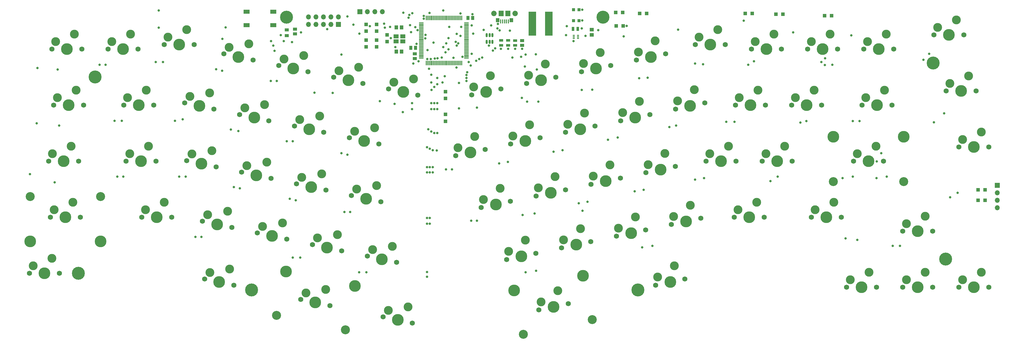
<source format=gbr>
%TF.GenerationSoftware,KiCad,Pcbnew,6.0.2+dfsg-1*%
%TF.CreationDate,2022-10-18T14:42:53-04:00*%
%TF.ProjectId,main-keyboard-pcb,6d61696e-2d6b-4657-9962-6f6172642d70,1.0*%
%TF.SameCoordinates,Original*%
%TF.FileFunction,Soldermask,Top*%
%TF.FilePolarity,Negative*%
%FSLAX46Y46*%
G04 Gerber Fmt 4.6, Leading zero omitted, Abs format (unit mm)*
G04 Created by KiCad (PCBNEW 6.0.2+dfsg-1) date 2022-10-18 14:42:53*
%MOMM*%
%LPD*%
G01*
G04 APERTURE LIST*
G04 Aperture macros list*
%AMRoundRect*
0 Rectangle with rounded corners*
0 $1 Rounding radius*
0 $2 $3 $4 $5 $6 $7 $8 $9 X,Y pos of 4 corners*
0 Add a 4 corners polygon primitive as box body*
4,1,4,$2,$3,$4,$5,$6,$7,$8,$9,$2,$3,0*
0 Add four circle primitives for the rounded corners*
1,1,$1+$1,$2,$3*
1,1,$1+$1,$4,$5*
1,1,$1+$1,$6,$7*
1,1,$1+$1,$8,$9*
0 Add four rect primitives between the rounded corners*
20,1,$1+$1,$2,$3,$4,$5,0*
20,1,$1+$1,$4,$5,$6,$7,0*
20,1,$1+$1,$6,$7,$8,$9,0*
20,1,$1+$1,$8,$9,$2,$3,0*%
G04 Aperture macros list end*
%ADD10R,1.150000X1.150000*%
%ADD11C,1.750000*%
%ADD12C,3.000000*%
%ADD13C,3.987800*%
%ADD14R,1.450000X1.150000*%
%ADD15C,4.400000*%
%ADD16R,1.150000X1.450000*%
%ADD17R,0.670000X0.300000*%
%ADD18R,1.050000X1.050000*%
%ADD19R,2.600000X8.199999*%
%ADD20C,3.048000*%
%ADD21R,1.470000X0.970000*%
%ADD22R,1.020000X1.470000*%
%ADD23R,1.700000X1.700000*%
%ADD24O,1.700000X1.700000*%
%ADD25R,0.960000X1.390000*%
%ADD26R,0.400000X1.400000*%
%ADD27C,1.850000*%
%ADD28R,1.750000X1.900000*%
%ADD29R,1.470000X1.020000*%
%ADD30RoundRect,0.075000X-0.725000X-0.075000X0.725000X-0.075000X0.725000X0.075000X-0.725000X0.075000X0*%
%ADD31RoundRect,0.075000X-0.075000X-0.725000X0.075000X-0.725000X0.075000X0.725000X-0.075000X0.725000X0*%
%ADD32R,1.400000X1.000000*%
%ADD33R,1.750000X1.350000*%
%ADD34RoundRect,0.150000X0.150000X-0.512500X0.150000X0.512500X-0.150000X0.512500X-0.150000X-0.512500X0*%
%ADD35R,2.100000X1.400000*%
%ADD36C,0.800000*%
G04 APERTURE END LIST*
D10*
%TO.C,R29*%
X323247000Y-84328000D03*
X320897000Y-84328000D03*
%TD*%
%TO.C,R28*%
X304387000Y-83820000D03*
X306737000Y-83820000D03*
%TD*%
%TO.C,R27*%
X293973000Y-83566000D03*
X296323000Y-83566000D03*
%TD*%
%TO.C,R25*%
X258159000Y-83566000D03*
X260509000Y-83566000D03*
%TD*%
%TO.C,R22*%
X192278000Y-117856000D03*
X192278000Y-120206000D03*
%TD*%
%TO.C,R21*%
X192278000Y-112427000D03*
X192278000Y-110077000D03*
%TD*%
D11*
%TO.C,SW52*%
X290716650Y-114643633D03*
D12*
X298336650Y-109563633D03*
X291986650Y-112103633D03*
D13*
X295796650Y-114643633D03*
D11*
X300876650Y-114643633D03*
%TD*%
D14*
%TO.C,Cboot1*%
X241880000Y-90796000D03*
X241880000Y-88996000D03*
%TD*%
D11*
%TO.C,SW16*%
X122453718Y-117872006D03*
D12*
X130963394Y-114487304D03*
X124224061Y-115651559D03*
D13*
X127422708Y-118928198D03*
D11*
X132391698Y-119984389D03*
%TD*%
D15*
%TO.C,H7*%
X357716650Y-100356149D03*
%TD*%
D16*
%TO.C,C15*%
X177400000Y-88250000D03*
X175600000Y-88250000D03*
%TD*%
D13*
%TO.C,SW20*%
X146056418Y-122888925D03*
D12*
X142857771Y-119612286D03*
X149597104Y-118448031D03*
D11*
X141087428Y-121832733D03*
X151025408Y-123945116D03*
%TD*%
D12*
%TO.C,SW44*%
X266717847Y-131073971D03*
X261034706Y-134878705D03*
D11*
X270258534Y-135514865D03*
X260320554Y-137627247D03*
D13*
X265289544Y-136571056D03*
%TD*%
D11*
%TO.C,SW42*%
X248361929Y-101217932D03*
D12*
X239138101Y-100581772D03*
D11*
X238423949Y-103330314D03*
D12*
X244821242Y-96777038D03*
D13*
X243392939Y-102274123D03*
%TD*%
D11*
%TO.C,SW47*%
X257057660Y-99369596D03*
D13*
X262026650Y-98313405D03*
D12*
X263454953Y-92816320D03*
X257771812Y-96621054D03*
D11*
X266995640Y-97257214D03*
%TD*%
D15*
%TO.C,H4*%
X126496086Y-177483001D03*
%TD*%
D10*
%TO.C,R4*%
X172466000Y-93123000D03*
X172466000Y-90773000D03*
%TD*%
D12*
%TO.C,SW58*%
X335951599Y-171476136D03*
D11*
X328331599Y-176556136D03*
D13*
X333411599Y-176556136D03*
D12*
X329601599Y-174016136D03*
D11*
X338491599Y-176556136D03*
%TD*%
D17*
%TO.C,IC1*%
X235802500Y-91006000D03*
X235802500Y-91506000D03*
X235802500Y-92006000D03*
X237282500Y-92006000D03*
X237282500Y-91506000D03*
X237282500Y-91006000D03*
%TD*%
D10*
%TO.C,R6*%
X168910000Y-94901000D03*
X168910000Y-92551000D03*
%TD*%
D12*
%TO.C,SW1*%
X60066650Y-93053633D03*
D11*
X58796650Y-95593633D03*
D13*
X63876650Y-95593633D03*
D11*
X68956650Y-95593633D03*
D12*
X66416650Y-90513633D03*
%TD*%
D13*
%TO.C,SW3*%
X62792900Y-133693633D03*
D11*
X67872900Y-133693633D03*
D12*
X58982900Y-131153633D03*
X65332900Y-128613633D03*
D11*
X57712900Y-133693633D03*
%TD*%
%TO.C,SW10*%
X107056650Y-94093248D03*
D12*
X104516650Y-89013248D03*
X98166650Y-91553248D03*
D13*
X101976650Y-94093248D03*
D11*
X96896650Y-94093248D03*
%TD*%
%TO.C,SW31*%
X214357399Y-147397018D03*
X204419419Y-149509400D03*
D12*
X210816712Y-142956124D03*
D13*
X209388409Y-148453209D03*
D12*
X205133571Y-146760858D03*
%TD*%
D18*
%TO.C,Cin_2*%
X235727500Y-82276000D03*
X237577500Y-82276000D03*
%TD*%
D11*
%TO.C,SW27*%
X175712866Y-168143805D03*
D12*
X167545229Y-163810975D03*
X174284562Y-162646720D03*
D13*
X170743876Y-167087614D03*
D11*
X165774886Y-166031422D03*
%TD*%
%TO.C,SW38*%
X219790237Y-107291031D03*
D12*
X220504389Y-104542489D03*
D11*
X229728217Y-105178649D03*
D13*
X224759227Y-106234840D03*
D12*
X226187530Y-100737755D03*
%TD*%
D19*
%TO.C,L1*%
X227350000Y-86995999D03*
X221750000Y-86995999D03*
%TD*%
D16*
%TO.C,C13*%
X177400000Y-96450000D03*
X175600000Y-96450000D03*
%TD*%
D11*
%TO.C,SW40*%
X241686842Y-141587965D03*
D12*
X248084135Y-135034689D03*
D13*
X246655832Y-140531774D03*
D11*
X251624822Y-139475583D03*
D12*
X242400994Y-138839423D03*
%TD*%
%TO.C,SW39*%
X233781873Y-121195871D03*
X239465014Y-117391137D03*
D13*
X238036711Y-122888222D03*
D11*
X233067721Y-123944413D03*
X243005701Y-121832031D03*
%TD*%
D13*
%TO.C,SW57*%
X335792900Y-133693633D03*
X347730900Y-125438633D03*
X323854900Y-125438633D03*
D11*
X340872900Y-133693633D03*
D20*
X347730900Y-140678633D03*
X323854900Y-140678633D03*
D11*
X330712900Y-133693633D03*
D12*
X338332900Y-128613633D03*
X331982900Y-131153633D03*
%TD*%
D11*
%TO.C,SW62*%
X357541599Y-176556136D03*
D13*
X352461599Y-176556136D03*
D12*
X355001599Y-171476136D03*
X348651599Y-174016136D03*
D11*
X347381599Y-176556136D03*
%TD*%
%TO.C,SW30*%
X205738278Y-129753466D03*
D12*
X196514450Y-129117306D03*
D11*
X195800298Y-131865848D03*
D13*
X200769288Y-130809657D03*
D12*
X202197591Y-125312572D03*
%TD*%
D13*
%TO.C,SW23*%
X148149439Y-181760575D03*
D12*
X151690125Y-177319680D03*
D13*
X161542876Y-176168016D03*
D11*
X143180449Y-180704383D03*
D13*
X138188624Y-171203916D03*
D11*
X153118429Y-182816766D03*
D20*
X158374302Y-191074985D03*
D12*
X144950792Y-178483936D03*
D20*
X135020050Y-186110886D03*
%TD*%
D21*
%TO.C,Cout_1*%
X215900000Y-92716000D03*
X215900000Y-94376000D03*
%TD*%
D13*
%TO.C,SW9*%
X94336650Y-152743633D03*
D12*
X90526650Y-150203633D03*
D11*
X89256650Y-152743633D03*
D12*
X96876650Y-147663633D03*
D11*
X99416650Y-152743633D03*
%TD*%
D22*
%TO.C,C7*%
X182156000Y-95250000D03*
X180556000Y-95250000D03*
%TD*%
D10*
%TO.C,R8*%
X375317000Y-143510000D03*
X372967000Y-143510000D03*
%TD*%
D23*
%TO.C,J1*%
X156020000Y-87246000D03*
D24*
X156020000Y-84706000D03*
X153480000Y-87246000D03*
X153480000Y-84706000D03*
X150940000Y-87246000D03*
X150940000Y-84706000D03*
X148400000Y-87246000D03*
X148400000Y-84706000D03*
X145860000Y-87246000D03*
X145860000Y-84706000D03*
%TD*%
D11*
%TO.C,SW60*%
X343746650Y-114643633D03*
D12*
X341206650Y-109563633D03*
D13*
X338666650Y-114643633D03*
D12*
X334856650Y-112103633D03*
D11*
X333586650Y-114643633D03*
%TD*%
D25*
%TO.C,Cinx1*%
X235610000Y-88746000D03*
X237190000Y-88746000D03*
%TD*%
D12*
%TO.C,SW2*%
X67016650Y-109563633D03*
D13*
X64476650Y-114643633D03*
D11*
X69556650Y-114643633D03*
D12*
X60666650Y-112103633D03*
D11*
X59396650Y-114643633D03*
%TD*%
D15*
%TO.C,H3*%
X138363870Y-84806142D03*
%TD*%
D10*
%TO.C,R9*%
X375317000Y-147066000D03*
X372967000Y-147066000D03*
%TD*%
D13*
%TO.C,SW43*%
X256670423Y-118927504D03*
D12*
X258098726Y-113430419D03*
D11*
X251701433Y-119983695D03*
D12*
X252415585Y-117235153D03*
D11*
X261639413Y-117871313D03*
%TD*%
D13*
%TO.C,SW34*%
X219402999Y-126848939D03*
D11*
X214434009Y-127905130D03*
D12*
X220831302Y-121351854D03*
D11*
X224371989Y-125792748D03*
D12*
X215148161Y-125156588D03*
%TD*%
D11*
%TO.C,SW67*%
X376591599Y-176556136D03*
D12*
X367701599Y-174016136D03*
X374051599Y-171476136D03*
D11*
X366431599Y-176556136D03*
D13*
X371511599Y-176556136D03*
%TD*%
D12*
%TO.C,SW22*%
X155650852Y-158685993D03*
D11*
X157079156Y-164183078D03*
D13*
X152110166Y-163126887D03*
D11*
X147141176Y-162070695D03*
D12*
X148911519Y-159850248D03*
%TD*%
D10*
%TO.C,R5*%
X165354000Y-94901000D03*
X165354000Y-92551000D03*
%TD*%
D11*
%TO.C,SW18*%
X138445447Y-160222351D03*
D13*
X133476457Y-159166160D03*
D12*
X137017143Y-154725266D03*
X130277810Y-155889521D03*
D11*
X128507467Y-158109968D03*
%TD*%
D12*
%TO.C,SW25*%
X161491481Y-123573013D03*
X168230814Y-122408758D03*
D11*
X159721138Y-125793460D03*
D13*
X164690128Y-126849652D03*
D11*
X169659118Y-127905843D03*
%TD*%
D10*
%TO.C,Rfbb1*%
X250237500Y-87746000D03*
X252587500Y-87746000D03*
%TD*%
D11*
%TO.C,SW7*%
X83206650Y-114643633D03*
D13*
X88286650Y-114643633D03*
D11*
X93366650Y-114643633D03*
D12*
X84476650Y-112103633D03*
X90826650Y-109563633D03*
%TD*%
D15*
%TO.C,H5*%
X245729435Y-84806142D03*
%TD*%
D13*
%TO.C,SW41*%
X255274953Y-158175326D03*
D12*
X256703256Y-152678241D03*
D11*
X260243943Y-157119135D03*
X250305963Y-159231517D03*
D12*
X251020115Y-156482975D03*
%TD*%
D26*
%TO.C,J3*%
X213644000Y-86216000D03*
X212994000Y-86216000D03*
X212344000Y-86216000D03*
X211694000Y-86216000D03*
X211044000Y-86216000D03*
D27*
X215919000Y-83566000D03*
X208769000Y-83566000D03*
D28*
X213469000Y-83566000D03*
X211219000Y-83566000D03*
D16*
X214664000Y-85796000D03*
X210024000Y-85796000D03*
%TD*%
D10*
%TO.C,Rfbt1*%
X252412500Y-83156000D03*
X250062500Y-83156000D03*
%TD*%
D12*
%TO.C,SW14*%
X112341801Y-171552684D03*
D11*
X120509438Y-175885514D03*
D12*
X119081134Y-170388428D03*
D11*
X110571458Y-173773131D03*
D13*
X115540448Y-174829322D03*
%TD*%
D15*
%TO.C,H8*%
X361986599Y-167031136D03*
%TD*%
D13*
%TO.C,SW36*%
X236641242Y-162136043D03*
D11*
X241610232Y-161079852D03*
D12*
X238069545Y-156638958D03*
D11*
X231672252Y-163192234D03*
D12*
X232386404Y-160443692D03*
%TD*%
D23*
%TO.C,J2*%
X163271200Y-82956400D03*
D24*
X165811200Y-82956400D03*
X168351200Y-82956400D03*
X170891200Y-82956400D03*
%TD*%
D18*
%TO.C,Cin_1*%
X235730000Y-85986000D03*
X237580000Y-85986000D03*
%TD*%
D23*
%TO.C,J4*%
X379476000Y-141986000D03*
D24*
X379476000Y-144526000D03*
X379476000Y-147066000D03*
X379476000Y-149606000D03*
%TD*%
D29*
%TO.C,Coutx1*%
X218280000Y-92746000D03*
X218280000Y-94346000D03*
%TD*%
D11*
%TO.C,SW51*%
X287186650Y-94093248D03*
X277026650Y-94093248D03*
D12*
X284646650Y-89013248D03*
X278296650Y-91553248D03*
D13*
X282106650Y-94093248D03*
%TD*%
D10*
%TO.C,R2*%
X165354000Y-87217000D03*
X165354000Y-89567000D03*
%TD*%
D11*
%TO.C,SW54*%
X326585419Y-152743631D03*
D12*
X324045419Y-147663631D03*
D11*
X316425419Y-152743631D03*
D12*
X317695419Y-150203631D03*
D13*
X321505419Y-152743631D03*
%TD*%
D12*
%TO.C,SW63*%
X341796650Y-90513633D03*
D11*
X334176650Y-95593633D03*
D12*
X335446650Y-93053633D03*
D11*
X344336650Y-95593633D03*
D13*
X339256650Y-95593633D03*
%TD*%
%TO.C,SW19*%
X140700367Y-102274847D03*
D12*
X144241053Y-97833953D03*
X137501720Y-98998208D03*
D11*
X135731377Y-101218655D03*
X145669357Y-103331038D03*
%TD*%
%TO.C,SW55*%
X306236650Y-95593633D03*
D13*
X301156650Y-95593633D03*
D11*
X296076650Y-95593633D03*
D12*
X297346650Y-93053633D03*
X303696650Y-90513633D03*
%TD*%
D30*
%TO.C,U2*%
X184095000Y-86710000D03*
X184095000Y-87210000D03*
X184095000Y-87710000D03*
X184095000Y-88210000D03*
X184095000Y-88710000D03*
X184095000Y-89210000D03*
X184095000Y-89710000D03*
X184095000Y-90210000D03*
X184095000Y-90710000D03*
X184095000Y-91210000D03*
X184095000Y-91710000D03*
X184095000Y-92210000D03*
X184095000Y-92710000D03*
X184095000Y-93210000D03*
X184095000Y-93710000D03*
X184095000Y-94210000D03*
X184095000Y-94710000D03*
X184095000Y-95210000D03*
X184095000Y-95710000D03*
X184095000Y-96210000D03*
X184095000Y-96710000D03*
X184095000Y-97210000D03*
X184095000Y-97710000D03*
X184095000Y-98210000D03*
X184095000Y-98710000D03*
D31*
X185770000Y-100385000D03*
X186270000Y-100385000D03*
X186770000Y-100385000D03*
X187270000Y-100385000D03*
X187770000Y-100385000D03*
X188270000Y-100385000D03*
X188770000Y-100385000D03*
X189270000Y-100385000D03*
X189770000Y-100385000D03*
X190270000Y-100385000D03*
X190770000Y-100385000D03*
X191270000Y-100385000D03*
X191770000Y-100385000D03*
X192270000Y-100385000D03*
X192770000Y-100385000D03*
X193270000Y-100385000D03*
X193770000Y-100385000D03*
X194270000Y-100385000D03*
X194770000Y-100385000D03*
X195270000Y-100385000D03*
X195770000Y-100385000D03*
X196270000Y-100385000D03*
X196770000Y-100385000D03*
X197270000Y-100385000D03*
X197770000Y-100385000D03*
D30*
X199445000Y-98710000D03*
X199445000Y-98210000D03*
X199445000Y-97710000D03*
X199445000Y-97210000D03*
X199445000Y-96710000D03*
X199445000Y-96210000D03*
X199445000Y-95710000D03*
X199445000Y-95210000D03*
X199445000Y-94710000D03*
X199445000Y-94210000D03*
X199445000Y-93710000D03*
X199445000Y-93210000D03*
X199445000Y-92710000D03*
X199445000Y-92210000D03*
X199445000Y-91710000D03*
X199445000Y-91210000D03*
X199445000Y-90710000D03*
X199445000Y-90210000D03*
X199445000Y-89710000D03*
X199445000Y-89210000D03*
X199445000Y-88710000D03*
X199445000Y-88210000D03*
X199445000Y-87710000D03*
X199445000Y-87210000D03*
X199445000Y-86710000D03*
D31*
X197770000Y-85035000D03*
X197270000Y-85035000D03*
X196770000Y-85035000D03*
X196270000Y-85035000D03*
X195770000Y-85035000D03*
X195270000Y-85035000D03*
X194770000Y-85035000D03*
X194270000Y-85035000D03*
X193770000Y-85035000D03*
X193270000Y-85035000D03*
X192770000Y-85035000D03*
X192270000Y-85035000D03*
X191770000Y-85035000D03*
X191270000Y-85035000D03*
X190770000Y-85035000D03*
X190270000Y-85035000D03*
X189770000Y-85035000D03*
X189270000Y-85035000D03*
X188770000Y-85035000D03*
X188270000Y-85035000D03*
X187770000Y-85035000D03*
X187270000Y-85035000D03*
X186770000Y-85035000D03*
X186270000Y-85035000D03*
X185770000Y-85035000D03*
%TD*%
D32*
%TO.C,R3*%
X138430000Y-89154000D03*
X138430000Y-91054000D03*
%TD*%
D12*
%TO.C,SW53*%
X307376650Y-128613633D03*
X301026650Y-131153633D03*
D11*
X299756650Y-133693633D03*
D13*
X304836650Y-133693633D03*
D11*
X309916650Y-133693633D03*
%TD*%
D13*
%TO.C,SW50*%
X295311669Y-152743631D03*
D12*
X297851669Y-147663631D03*
D11*
X300391669Y-152743631D03*
X290231669Y-152743631D03*
D12*
X291501669Y-150203631D03*
%TD*%
D33*
%TO.C,Y1*%
X175575000Y-93000000D03*
X177825000Y-93000000D03*
X177825000Y-91350000D03*
X175575000Y-91350000D03*
%TD*%
D12*
%TO.C,SW28*%
X172901366Y-184425004D03*
D11*
X171131023Y-186645451D03*
D13*
X176100013Y-187701643D03*
D12*
X179640699Y-183260749D03*
D11*
X181069003Y-188757834D03*
%TD*%
D15*
%TO.C,H1*%
X73401650Y-105118633D03*
%TD*%
D11*
%TO.C,SW45*%
X268939675Y-155270799D03*
D13*
X273908665Y-154214608D03*
D12*
X275336968Y-148717523D03*
X269653827Y-152522257D03*
D11*
X278877655Y-153158417D03*
%TD*%
%TO.C,SW49*%
X280706650Y-133693633D03*
D13*
X285786650Y-133693633D03*
D11*
X290866650Y-133693633D03*
D12*
X281976650Y-131153633D03*
X288326650Y-128613633D03*
%TD*%
D13*
%TO.C,SW5*%
X56246650Y-171793633D03*
D12*
X58786650Y-166713633D03*
X52436650Y-169253633D03*
D11*
X51166650Y-171793633D03*
X61326650Y-171793633D03*
%TD*%
%TO.C,SW61*%
X357541599Y-157506136D03*
D12*
X348651599Y-154966136D03*
D11*
X347381599Y-157506136D03*
D12*
X355001599Y-152426136D03*
D13*
X352461599Y-157506136D03*
%TD*%
D11*
%TO.C,SW8*%
X83906650Y-133693633D03*
X94066650Y-133693633D03*
D13*
X88986650Y-133693633D03*
D12*
X91526650Y-128613633D03*
X85176650Y-131153633D03*
%TD*%
%TO.C,SW26*%
X162189148Y-143196907D03*
D13*
X165387795Y-146473546D03*
D11*
X160418805Y-145417354D03*
D12*
X168928481Y-142032652D03*
D11*
X170356785Y-147529737D03*
%TD*%
D34*
%TO.C,U1*%
X206300000Y-93137500D03*
X207250000Y-93137500D03*
X208200000Y-93137500D03*
X208200000Y-90862500D03*
X207250000Y-90862500D03*
X206300000Y-90862500D03*
%TD*%
D13*
%TO.C,SW37*%
X228955916Y-183245171D03*
D11*
X223986926Y-184301362D03*
D12*
X230384219Y-177748086D03*
D20*
X242085305Y-187595482D03*
D12*
X224701078Y-181552820D03*
D13*
X215562479Y-177652612D03*
X238916731Y-172688513D03*
D20*
X218731053Y-192559582D03*
D11*
X233924905Y-182188980D03*
%TD*%
%TO.C,SW13*%
X109873757Y-154149242D03*
D12*
X118383433Y-150764540D03*
D11*
X119811737Y-156261625D03*
D13*
X114842747Y-155205434D03*
D12*
X111644100Y-151928795D03*
%TD*%
D35*
%TO.C,SW68*%
X133902000Y-87465000D03*
X124802000Y-87465000D03*
X133902000Y-82965000D03*
X124802000Y-82965000D03*
%TD*%
D29*
%TO.C,C17*%
X181864000Y-97244000D03*
X181864000Y-98844000D03*
%TD*%
D15*
%TO.C,H6*%
X257596916Y-177482353D03*
%TD*%
D12*
%TO.C,SW59*%
X322746650Y-90513633D03*
D11*
X315126650Y-95593633D03*
D13*
X320206650Y-95593633D03*
D12*
X316396650Y-93053633D03*
D11*
X325286650Y-95593633D03*
%TD*%
%TO.C,SW66*%
X366431599Y-128931152D03*
D12*
X367701599Y-126391152D03*
X374051599Y-123851152D03*
D11*
X376591599Y-128931152D03*
D13*
X371511599Y-128931152D03*
%TD*%
%TO.C,SW4*%
X51442400Y-160998633D03*
X63380400Y-152743633D03*
D11*
X58300400Y-152743633D03*
X68460400Y-152743633D03*
D20*
X75318400Y-145758633D03*
D12*
X59570400Y-150203633D03*
D13*
X75318400Y-160998633D03*
D20*
X51442400Y-145758633D03*
D12*
X65920400Y-147663633D03*
%TD*%
D22*
%TO.C,C12*%
X199898000Y-85090000D03*
X201498000Y-85090000D03*
%TD*%
D11*
%TO.C,SW11*%
X113757988Y-116023663D03*
X103820008Y-113911280D03*
D12*
X112329684Y-110526578D03*
D13*
X108788998Y-114967472D03*
D12*
X105590351Y-111690833D03*
%TD*%
%TO.C,SW21*%
X150294771Y-138071925D03*
X143555438Y-139236180D03*
D11*
X141785095Y-141456627D03*
D13*
X146754085Y-142512819D03*
D11*
X151723075Y-143569010D03*
%TD*%
D13*
%TO.C,SW65*%
X367241650Y-109881149D03*
D11*
X372321650Y-109881149D03*
D12*
X363431650Y-107341149D03*
X369781650Y-104801149D03*
D11*
X362161650Y-109881149D03*
%TD*%
D13*
%TO.C,SW32*%
X218007530Y-166096761D03*
D11*
X213038540Y-167152952D03*
D12*
X213752692Y-164404410D03*
X219435833Y-160599676D03*
D11*
X222976520Y-165040570D03*
%TD*%
D12*
%TO.C,SW12*%
X106288018Y-131314726D03*
D13*
X109486665Y-134591365D03*
D12*
X113027351Y-130150471D03*
D11*
X104517675Y-133535173D03*
X114455655Y-135647556D03*
%TD*%
D13*
%TO.C,SW64*%
X363069192Y-90831142D03*
D12*
X365609192Y-85751142D03*
X359259192Y-88291142D03*
D11*
X368149192Y-90831142D03*
X357989192Y-90831142D03*
%TD*%
D12*
%TO.C,SW46*%
X269980855Y-169331573D03*
D11*
X263583562Y-175884850D03*
D12*
X264297714Y-173136307D03*
D11*
X273521542Y-173772467D03*
D13*
X268552552Y-174828659D03*
%TD*%
D12*
%TO.C,SW17*%
X131661061Y-134111198D03*
D13*
X128120375Y-138552092D03*
D12*
X124921728Y-135275453D03*
D11*
X133089365Y-139608283D03*
X123151385Y-137495900D03*
%TD*%
D21*
%TO.C,Cout_2*%
X213540000Y-92706000D03*
X213540000Y-94366000D03*
%TD*%
D12*
%TO.C,SW35*%
X229450423Y-138995406D03*
D13*
X228022120Y-144492491D03*
D12*
X223767282Y-142800140D03*
D11*
X232991110Y-143436300D03*
X223053130Y-145548682D03*
%TD*%
D12*
%TO.C,SW48*%
X271049297Y-113274435D03*
D11*
X270335145Y-116022977D03*
X280273125Y-113910595D03*
D12*
X276732438Y-109469701D03*
D13*
X275304135Y-114966786D03*
%TD*%
D10*
%TO.C,R7*%
X168910000Y-87217000D03*
X168910000Y-89567000D03*
%TD*%
D12*
%TO.C,SW29*%
X174769144Y-106919643D03*
X181508477Y-105755388D03*
D11*
X172998801Y-109140090D03*
D13*
X177967791Y-110196282D03*
D11*
X182936781Y-111252473D03*
%TD*%
D29*
%TO.C,C3*%
X141224000Y-88862000D03*
X141224000Y-90462000D03*
%TD*%
D12*
%TO.C,SW56*%
X317386650Y-109563633D03*
D11*
X319926650Y-114643633D03*
X309766650Y-114643633D03*
D12*
X311036650Y-112103633D03*
D13*
X314846650Y-114643633D03*
%TD*%
D12*
%TO.C,SW24*%
X162874765Y-101794671D03*
X156135432Y-102958926D03*
D13*
X159334079Y-106235565D03*
D11*
X154365089Y-105179373D03*
X164303069Y-107291756D03*
%TD*%
D21*
%TO.C,Cout_3*%
X211150000Y-92696000D03*
X211150000Y-94356000D03*
%TD*%
D13*
%TO.C,SW15*%
X122066656Y-98314129D03*
D11*
X127035646Y-99370320D03*
X117097666Y-97257937D03*
D12*
X125607342Y-93873235D03*
X118868009Y-95037490D03*
%TD*%
%TO.C,SW33*%
X201870677Y-108503207D03*
X207553818Y-104698473D03*
D13*
X206125515Y-110195558D03*
D11*
X201156525Y-111251749D03*
X211094505Y-109139367D03*
%TD*%
D15*
%TO.C,H2*%
X67734150Y-171793633D03*
%TD*%
D11*
%TO.C,SW6*%
X88006650Y-95593633D03*
D12*
X79116650Y-93053633D03*
D11*
X77846650Y-95593633D03*
D13*
X82926650Y-95593633D03*
D12*
X85466650Y-90513633D03*
%TD*%
D36*
X133858000Y-94488000D03*
X136398000Y-90932000D03*
X156972000Y-97536000D03*
X210058000Y-87122000D03*
X186182000Y-96012000D03*
X152146000Y-88900000D03*
X238506000Y-88646000D03*
X215910000Y-95536000D03*
X184912000Y-84344497D03*
X171704000Y-88392000D03*
X140250000Y-93250000D03*
X178000000Y-83311989D03*
X163068000Y-90424000D03*
X211140000Y-95506000D03*
X207010000Y-94488000D03*
X201422000Y-83820000D03*
X161036000Y-87376000D03*
X238700000Y-85926000D03*
X175260000Y-94996000D03*
X185494434Y-90794465D03*
X143250000Y-90000000D03*
X238680000Y-82276000D03*
X173482000Y-88138000D03*
X182095023Y-88154977D03*
X181356000Y-100584000D03*
X180250000Y-87500000D03*
X213570000Y-95526000D03*
X253790000Y-87766000D03*
X218290000Y-95516000D03*
X166624000Y-87884000D03*
X183127795Y-99775500D03*
X180594000Y-89916000D03*
X235712000Y-92964000D03*
X186123962Y-99045890D03*
X173736000Y-91948000D03*
X147828000Y-110490000D03*
X260858000Y-105410000D03*
X53848000Y-102108000D03*
X94000000Y-100000000D03*
X77000000Y-101000000D03*
X279654000Y-100838000D03*
X258000000Y-105500000D03*
X135047787Y-106500000D03*
X116500000Y-103000000D03*
X189636262Y-98805104D03*
X242062000Y-109474000D03*
X203000000Y-115500000D03*
X323500000Y-101000000D03*
X133000000Y-106500000D03*
X196850000Y-115824000D03*
X296926000Y-99822000D03*
X60706000Y-102616000D03*
X223774000Y-113538000D03*
X320960023Y-101039977D03*
X277000000Y-100500000D03*
X238500000Y-109500000D03*
X220000000Y-113500000D03*
X295000000Y-101000000D03*
X96500000Y-100000000D03*
X75000000Y-101000000D03*
X154000000Y-110500000D03*
X114500000Y-102500000D03*
X210500000Y-134500000D03*
X159037548Y-131500000D03*
X61214000Y-121666000D03*
X100500000Y-120000000D03*
X287528000Y-120396000D03*
X189484000Y-124206000D03*
X354417639Y-99314000D03*
X213500000Y-134000000D03*
X189529977Y-107529977D03*
X157000000Y-131000000D03*
X189325889Y-130095146D03*
X82500000Y-120000000D03*
X189500000Y-116000000D03*
X290322000Y-120396000D03*
X268224000Y-122174000D03*
X312674000Y-120650000D03*
X140500000Y-127000000D03*
X188636766Y-98808687D03*
X119500000Y-123000000D03*
X103136418Y-119500000D03*
X247396000Y-126492000D03*
X192500000Y-136500000D03*
X229000000Y-130500000D03*
X332740000Y-120142000D03*
X250698000Y-125730000D03*
X314706000Y-120142000D03*
X189500000Y-114000000D03*
X194500000Y-136500000D03*
X189470023Y-105470023D03*
X330454000Y-120142000D03*
X53594000Y-120904000D03*
X122000000Y-123500000D03*
X356362000Y-97282000D03*
X138500000Y-127000000D03*
X232000000Y-130000000D03*
X80000000Y-120000000D03*
X270510000Y-121666000D03*
X188500000Y-116000000D03*
X342000000Y-139000000D03*
X358000000Y-120500000D03*
X188000000Y-130000000D03*
X218500000Y-152000000D03*
X222500000Y-151500000D03*
X361500000Y-117500000D03*
X302500000Y-140500000D03*
X188500497Y-114000000D03*
X277000000Y-140000000D03*
X81000000Y-139000000D03*
X104140000Y-139000000D03*
X102000000Y-139000000D03*
X188000000Y-137500000D03*
X120500000Y-142500000D03*
X158000000Y-151000000D03*
X201000000Y-154000000D03*
X237500000Y-148000000D03*
X188529977Y-108529977D03*
X122500000Y-143000000D03*
X203000000Y-154000000D03*
X160000000Y-151000000D03*
X59690000Y-140970000D03*
X338500000Y-139500000D03*
X188468000Y-124206000D03*
X259500000Y-143500000D03*
X256500000Y-144000000D03*
X280000000Y-139500000D03*
X139500000Y-146500000D03*
X51308000Y-138176000D03*
X305000000Y-139000000D03*
X240500000Y-147500000D03*
X141500000Y-147000000D03*
X330500000Y-139000000D03*
X188000000Y-135750500D03*
X83000000Y-139000000D03*
X327000000Y-139500000D03*
X109500000Y-159500000D03*
X187452000Y-123698000D03*
X165500000Y-171500000D03*
X107500000Y-159500000D03*
X187000000Y-155000000D03*
X187500000Y-116000000D03*
X187000000Y-153000000D03*
X187500000Y-107000000D03*
X143000000Y-166500000D03*
X140500000Y-166500000D03*
X259000000Y-163000000D03*
X344000000Y-162500000D03*
X163000000Y-171500000D03*
X223000000Y-171000000D03*
X187000000Y-135750500D03*
X332000000Y-160500000D03*
X187000000Y-129500000D03*
X363500000Y-146000000D03*
X262500000Y-162500000D03*
X346500000Y-162500000D03*
X328000000Y-160000000D03*
X187500000Y-114000000D03*
X219500000Y-171500000D03*
X187529977Y-109529977D03*
X366000000Y-144500000D03*
X187000000Y-137500000D03*
X187452977Y-104393023D03*
X186000000Y-135750500D03*
X186000000Y-137500000D03*
X181000000Y-114000000D03*
X181000000Y-116000000D03*
X186690000Y-102362000D03*
X186000000Y-129000000D03*
X186000000Y-155000000D03*
X186000000Y-171373615D03*
X186436000Y-122936000D03*
X186000000Y-153000000D03*
X186000000Y-173000000D03*
X182523949Y-93876602D03*
X137414000Y-92964000D03*
X133096000Y-92964000D03*
X192532000Y-93726000D03*
X191516000Y-94996000D03*
X94996000Y-82550000D03*
X181064470Y-83425152D03*
X94996000Y-88392000D03*
X116586000Y-92189500D03*
X180066070Y-84051789D03*
X117750000Y-88250000D03*
X179750000Y-85000000D03*
X134298287Y-96201713D03*
X193294000Y-95758000D03*
X191250000Y-107000000D03*
X192024000Y-104902000D03*
X192278000Y-96774000D03*
X177800000Y-117094000D03*
X170000000Y-113289203D03*
X175006000Y-114300000D03*
X196010000Y-101876000D03*
X196850000Y-107188000D03*
X199389996Y-106437657D03*
X204724000Y-98525500D03*
X215000000Y-98525500D03*
X203708000Y-99025500D03*
X199390359Y-105438155D03*
X222919842Y-97419842D03*
X202692000Y-99575980D03*
X199377631Y-104438733D03*
X252750000Y-91275500D03*
X199644000Y-103475377D03*
X271250000Y-89000000D03*
X200828842Y-101260842D03*
X293500000Y-86000000D03*
X219202000Y-101600000D03*
X217932000Y-98298000D03*
X194989227Y-98621727D03*
X310250000Y-90000000D03*
X200152000Y-100076000D03*
X219456000Y-97536000D03*
X201168000Y-97282000D03*
X223266000Y-102616000D03*
X330000000Y-91000000D03*
X196088000Y-94488000D03*
X210666685Y-89273585D03*
X209142685Y-95403315D03*
X209957315Y-88564215D03*
X208433315Y-96112685D03*
X159069977Y-84516023D03*
X197612000Y-88138000D03*
X201168000Y-87630000D03*
X186915704Y-83340297D03*
X171500000Y-87000000D03*
X197358000Y-83566000D03*
X191516000Y-82550000D03*
X196088000Y-90436500D03*
X218186000Y-112268000D03*
X197358000Y-91186000D03*
X238760000Y-150622000D03*
X193281500Y-91886520D03*
X338582000Y-133858000D03*
X340106000Y-131064000D03*
X321056000Y-98806000D03*
X319786000Y-100076000D03*
X239776000Y-91186000D03*
X244090000Y-89226000D03*
X182845648Y-89210729D03*
X184912000Y-85344000D03*
X207772000Y-87630000D03*
X187307344Y-98985500D03*
X201676000Y-90424000D03*
X188214000Y-93472000D03*
X214122000Y-89408000D03*
X191008000Y-98552000D03*
X205232000Y-89154000D03*
X198045500Y-98215631D03*
X193548000Y-88138000D03*
X185470730Y-91957513D03*
X233426000Y-87884000D03*
X233172000Y-90932000D03*
X196642424Y-93656364D03*
X195763783Y-93179925D03*
M02*

</source>
